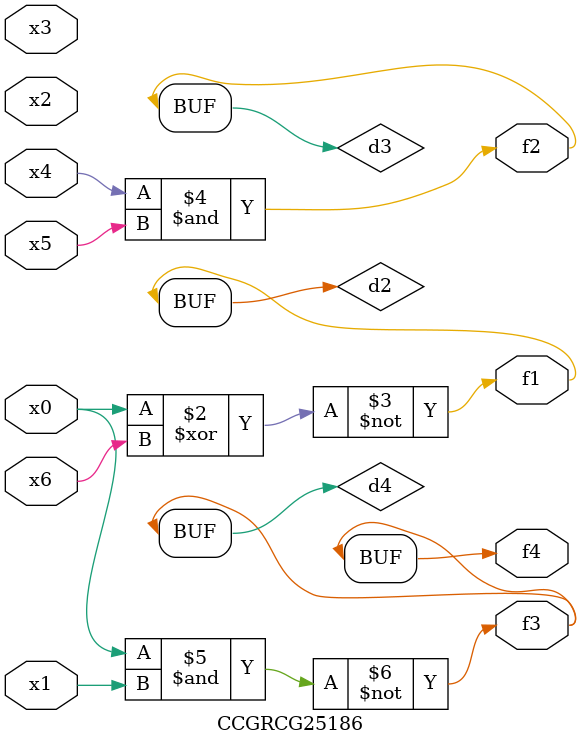
<source format=v>
module CCGRCG25186(
	input x0, x1, x2, x3, x4, x5, x6,
	output f1, f2, f3, f4
);

	wire d1, d2, d3, d4;

	nor (d1, x0);
	xnor (d2, x0, x6);
	and (d3, x4, x5);
	nand (d4, x0, x1);
	assign f1 = d2;
	assign f2 = d3;
	assign f3 = d4;
	assign f4 = d4;
endmodule

</source>
